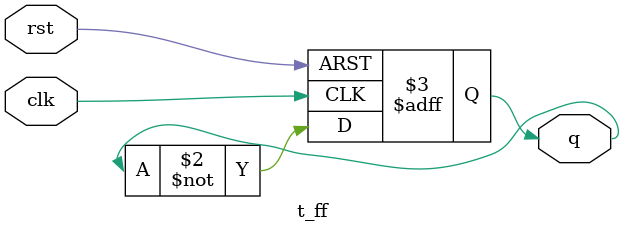
<source format=v>
`timescale 1ns / 1ps


module t_ff(
    input clk,
    input rst,
    output reg q
);
    always @(negedge clk or posedge rst) begin
        if (rst) 
            q <= 1'b0;
        else 
            q <= ~q;
    end
    
    
endmodule

</source>
